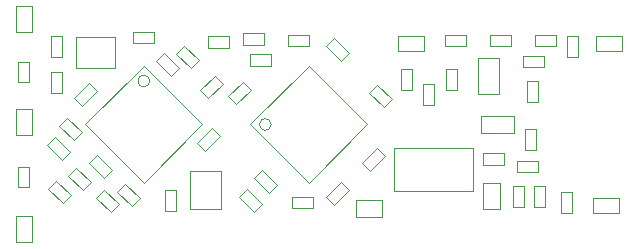
<source format=gbr>
%TF.GenerationSoftware,Altium Limited,Altium Designer,19.0.15 (446)*%
G04 Layer_Color=16711935*
%FSLAX45Y45*%
%MOMM*%
%TF.FileFunction,Other,Mechanical_13*%
%TF.Part,Single*%
G01*
G75*
%TA.AperFunction,NonConductor*%
%ADD52C,0.10000*%
D52*
X11226000Y7606695D02*
G03*
X11226000Y7606695I-50000J0D01*
G01*
X12255304Y7239000D02*
G03*
X12255304Y7239000I-50000J0D01*
G01*
X10681025D02*
X11176000Y6744025D01*
Y7733975D02*
X11670975Y7239000D01*
X11176000Y6744025D02*
X11670975Y7239000D01*
X10681025D02*
X11176000Y7733975D01*
X10227500Y6240000D02*
Y6460000D01*
X10092500Y6240000D02*
Y6460000D01*
X10227500D01*
X10092500Y6240000D02*
X10227500D01*
X10112500Y6707000D02*
X10207500D01*
X10112500Y6882000D02*
X10207500D01*
X10112500Y6707000D02*
Y6882000D01*
X10207500Y6707000D02*
Y6882000D01*
X12078026Y7239000D02*
X12573000Y6744025D01*
Y7733975D02*
X13067975Y7239000D01*
X12078026D02*
X12573000Y7733975D01*
Y6744025D02*
X13067975Y7239000D01*
X13541499Y7405500D02*
X13636501D01*
X13541499Y7580500D02*
X13636501D01*
X13541499Y7405500D02*
Y7580500D01*
X13636501Y7405500D02*
Y7580500D01*
X13350999Y7532500D02*
X13446001D01*
X13350999Y7707500D02*
X13446001D01*
X13350999Y7532500D02*
Y7707500D01*
X13446001Y7532500D02*
Y7707500D01*
X11898500Y7890000D02*
Y7985000D01*
X11723500Y7890000D02*
Y7985000D01*
Y7890000D02*
X11898500D01*
X11723500Y7985000D02*
X11898500D01*
X13732001Y7532500D02*
X13827000D01*
X13732001Y7707500D02*
X13827000D01*
X13732001Y7532500D02*
Y7707500D01*
X13827000Y7532500D02*
Y7707500D01*
X11566700Y6519200D02*
Y6849200D01*
X11826700Y6519200D02*
Y6849200D01*
X11566700Y6519200D02*
X11826700D01*
X11566700Y6849200D02*
X11826700D01*
X12079100Y7737600D02*
Y7832600D01*
X12254100Y7737600D02*
Y7832600D01*
X12079100D02*
X12254100D01*
X12079100Y7737600D02*
X12254100D01*
X12718840Y6626516D02*
X12786016Y6559340D01*
X12842584Y6750259D02*
X12909760Y6683084D01*
X12718840Y6626516D02*
X12842584Y6750259D01*
X12786016Y6559340D02*
X12909760Y6683084D01*
X11357100Y6507800D02*
X11452100D01*
X11357100Y6682800D02*
X11452100D01*
X11357100Y6507800D02*
Y6682800D01*
X11452100Y6507800D02*
Y6682800D01*
X12105984Y6498911D02*
X12173159Y6566086D01*
X11982241Y6622655D02*
X12049416Y6689830D01*
X11982241Y6622655D02*
X12105984Y6498911D01*
X12049416Y6689830D02*
X12173159Y6566086D01*
X12434700Y6531100D02*
Y6626100D01*
X12609700Y6531100D02*
Y6626100D01*
X12434700D02*
X12609700D01*
X12434700Y6531100D02*
X12609700D01*
X10227500Y8018000D02*
Y8238000D01*
X10092500Y8018000D02*
Y8238000D01*
X10227500D01*
X10092500Y8018000D02*
X10227500D01*
X10112500Y7771000D02*
X10207500D01*
X10112500Y7596000D02*
X10207500D01*
Y7771000D01*
X10112500Y7596000D02*
Y7771000D01*
X10484384Y6940340D02*
X10551560Y7007516D01*
X10360641Y7064084D02*
X10427816Y7131259D01*
X10360641Y7064084D02*
X10484384Y6940340D01*
X10427816Y7131259D02*
X10551560Y7007516D01*
X10092500Y7151000D02*
X10227500D01*
X10092500Y7371000D02*
X10227500D01*
X10092500Y7151000D02*
Y7371000D01*
X10227500Y7151000D02*
Y7371000D01*
X11652040Y7528216D02*
X11719216Y7461040D01*
X11775784Y7651959D02*
X11842959Y7584784D01*
X11652040Y7528216D02*
X11775784Y7651959D01*
X11719216Y7461040D02*
X11842959Y7584784D01*
X14009500Y7492900D02*
X14184500D01*
X14009500Y7797900D02*
X14184500D01*
Y7492900D02*
Y7797900D01*
X14009500Y7492900D02*
Y7797900D01*
X13210884Y7384840D02*
X13278059Y7452016D01*
X13087141Y7508584D02*
X13154317Y7575759D01*
X13087141Y7508584D02*
X13210884Y7384840D01*
X13154317Y7575759D02*
X13278059Y7452016D01*
X10391900Y7682100D02*
X10486900D01*
X10391900Y7507100D02*
X10486900D01*
Y7682100D01*
X10391900Y7507100D02*
Y7682100D01*
X11448840Y7838784D02*
X11516016Y7905960D01*
X11572584Y7715041D02*
X11639759Y7782216D01*
X11516016Y7905960D02*
X11639759Y7782216D01*
X11448840Y7838784D02*
X11572584Y7715041D01*
X10493084Y6572041D02*
X10560259Y6639216D01*
X10369341Y6695784D02*
X10436516Y6762959D01*
X10369341Y6695784D02*
X10493084Y6572041D01*
X10436516Y6762959D02*
X10560259Y6639216D01*
X10604600Y7978600D02*
X10934600D01*
X10604600Y7718600D02*
X10934600D01*
X10604600D02*
Y7978600D01*
X10934600Y7718600D02*
Y7978600D01*
X14418401Y7605900D02*
X14513399D01*
X14418401Y7430900D02*
X14513399D01*
Y7605900D01*
X14418401Y7430900D02*
Y7605900D01*
X11263500Y7928100D02*
Y8023100D01*
X11088500Y7928100D02*
Y8023100D01*
Y7928100D02*
X11263500D01*
X11088500Y8023100D02*
X11263500D01*
X10391900Y7986900D02*
X10486900D01*
X10391900Y7811900D02*
X10486900D01*
Y7986900D01*
X10391900Y7811900D02*
Y7986900D01*
X12015600Y7915400D02*
Y8010400D01*
X12190600Y7915400D02*
Y8010400D01*
X12015600D02*
X12190600D01*
X12015600Y7915400D02*
X12190600D01*
X14390500Y7724900D02*
Y7819900D01*
X14565500Y7724900D02*
Y7819900D01*
X14390500D02*
X14565500D01*
X14390500Y7724900D02*
X14565500D01*
X14405099Y7199500D02*
X14500101D01*
X14405099Y7024500D02*
X14500101D01*
Y7199500D01*
X14405099Y7024500D02*
Y7199500D01*
X10775741Y6619584D02*
X10842916Y6686759D01*
X10899484Y6495841D02*
X10966659Y6563016D01*
X10842916Y6686759D02*
X10966659Y6563016D01*
X10775741Y6619584D02*
X10899484Y6495841D01*
X14033200Y7309000D02*
X14313200D01*
X14033200Y7169000D02*
X14313200D01*
Y7309000D01*
X14033200Y7169000D02*
Y7309000D01*
X14667101Y7902700D02*
Y7997700D01*
X14492101Y7902700D02*
Y7997700D01*
Y7902700D02*
X14667101D01*
X14492101Y7997700D02*
X14667101D01*
X12571600Y7902700D02*
Y7997700D01*
X12396600Y7902700D02*
Y7997700D01*
Y7902700D02*
X12571600D01*
X12396600Y7997700D02*
X12571600D01*
X14977600Y6485700D02*
X15197600D01*
X14977600Y6620700D02*
X15197600D01*
Y6485700D02*
Y6620700D01*
X14977600Y6485700D02*
Y6620700D01*
X15003000Y7857300D02*
Y7992300D01*
X15223000Y7857300D02*
Y7992300D01*
X15003000D02*
X15223000D01*
X15003000Y7857300D02*
X15223000D01*
X14705360Y6491100D02*
X14800362D01*
X14705360Y6666100D02*
X14800362D01*
X14705360Y6491100D02*
Y6666100D01*
X14800362Y6491100D02*
Y6666100D01*
X14760699Y7811900D02*
X14855701D01*
X14760699Y7986900D02*
X14855701D01*
X14760699Y7811900D02*
Y7986900D01*
X14855701Y7811900D02*
Y7986900D01*
X14047600Y6899400D02*
Y6994400D01*
X14222600Y6899400D02*
Y6994400D01*
X14047600D02*
X14222600D01*
X14047600Y6899400D02*
X14222600D01*
X14111099Y7902700D02*
Y7997700D01*
X14286099Y7902700D02*
Y7997700D01*
X14111099D02*
X14286099D01*
X14111099Y7902700D02*
X14286099D01*
X11626641Y7083716D02*
X11693816Y7016541D01*
X11750384Y7207459D02*
X11817559Y7140284D01*
X11626641Y7083716D02*
X11750384Y7207459D01*
X11693816Y7016541D02*
X11817559Y7140284D01*
X11407484Y7651541D02*
X11474659Y7718716D01*
X11283741Y7775284D02*
X11350916Y7842459D01*
X11283741Y7775284D02*
X11407484Y7651541D01*
X11350916Y7842459D02*
X11474659Y7718716D01*
X10953541Y6670384D02*
X11020716Y6737559D01*
X11077284Y6546641D02*
X11144459Y6613816D01*
X11020716Y6737559D02*
X11144459Y6613816D01*
X10953541Y6670384D02*
X11077284Y6546641D01*
X10658184Y6682386D02*
X10725359Y6749561D01*
X10534441Y6806130D02*
X10601616Y6873305D01*
X10534441Y6806130D02*
X10658184Y6682386D01*
X10601616Y6873305D02*
X10725359Y6749561D01*
X13962100Y6673000D02*
Y7043000D01*
X13292101Y6673000D02*
Y7043000D01*
X13962100D01*
X13292101Y6673000D02*
X13962100D01*
X10708984Y7588459D02*
X10776159Y7521284D01*
X10585240Y7464716D02*
X10652416Y7397541D01*
X10776159Y7521284D01*
X10585240Y7464716D02*
X10708984Y7588459D01*
X13191000Y6457800D02*
Y6597800D01*
X12971001Y6457800D02*
Y6597800D01*
Y6457800D02*
X13191000D01*
X12971001Y6597800D02*
X13191000D01*
X14052400Y6519400D02*
X14192400D01*
X14052400Y6739400D02*
X14192400D01*
X14052400Y6519400D02*
Y6739400D01*
X14192400Y6519400D02*
Y6739400D01*
X10712241Y6911684D02*
X10779416Y6978859D01*
X10835984Y6787941D02*
X10903159Y6855116D01*
X10779416Y6978859D02*
X10903159Y6855116D01*
X10712241Y6911684D02*
X10835984Y6787941D01*
X10581984Y7105441D02*
X10649159Y7172616D01*
X10458241Y7229184D02*
X10525416Y7296359D01*
X10458241Y7229184D02*
X10581984Y7105441D01*
X10525416Y7296359D02*
X10649159Y7172616D01*
X12017084Y7601159D02*
X12084259Y7533984D01*
X11893341Y7477416D02*
X11960516Y7410241D01*
X12084259Y7533984D01*
X11893341Y7477416D02*
X12017084Y7601159D01*
X13023640Y6915365D02*
X13090816Y6848191D01*
X13147385Y7039109D02*
X13214558Y6971934D01*
X13023640Y6915365D02*
X13147385Y7039109D01*
X13090816Y6848191D02*
X13214558Y6971934D01*
X12109241Y6784684D02*
X12176416Y6851859D01*
X12232984Y6660941D02*
X12300159Y6728116D01*
X12176416Y6851859D02*
X12300159Y6728116D01*
X12109241Y6784684D02*
X12232984Y6660941D01*
X12842584Y7778541D02*
X12909760Y7845716D01*
X12718841Y7902284D02*
X12786016Y7969459D01*
X12718841Y7902284D02*
X12842584Y7778541D01*
X12786016Y7969459D02*
X12909760Y7845716D01*
X13326601Y7857300D02*
Y7992300D01*
X13546600Y7857300D02*
Y7992300D01*
X13326601D02*
X13546600D01*
X13326601Y7857300D02*
X13546600D01*
X14339700Y6835900D02*
Y6930900D01*
X14514700Y6835900D02*
Y6930900D01*
X14339700D02*
X14514700D01*
X14339700Y6835900D02*
X14514700D01*
X13730099Y7902700D02*
Y7997700D01*
X13905099Y7902700D02*
Y7997700D01*
X13730099D02*
X13905099D01*
X13730099Y7902700D02*
X13905099D01*
X14303500Y6716900D02*
X14398500D01*
X14303500Y6541900D02*
X14398500D01*
Y6716900D01*
X14303500Y6541900D02*
Y6716900D01*
X14481300D02*
X14576300D01*
X14481300Y6541900D02*
X14576300D01*
Y6716900D01*
X14481300Y6541900D02*
Y6716900D01*
%TF.MD5,7987fcaacdb6ee1e115aaadb285ec2bb*%
M02*

</source>
